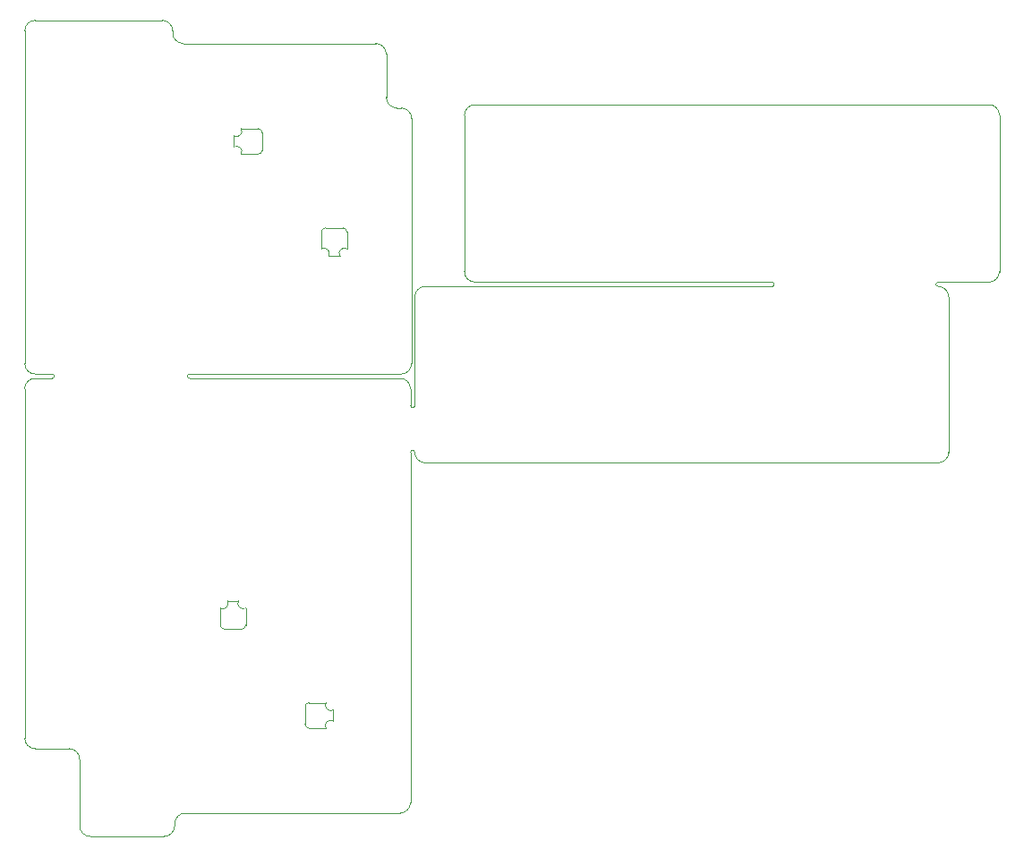
<source format=gbr>
G04 #@! TF.GenerationSoftware,KiCad,Pcbnew,9.0.0*
G04 #@! TF.CreationDate,2025-03-30T22:48:21+09:00*
G04 #@! TF.ProjectId,nofy,6e6f6679-2e6b-4696-9361-645f70636258,rev?*
G04 #@! TF.SameCoordinates,Original*
G04 #@! TF.FileFunction,Profile,NP*
%FSLAX46Y46*%
G04 Gerber Fmt 4.6, Leading zero omitted, Abs format (unit mm)*
G04 Created by KiCad (PCBNEW 9.0.0) date 2025-03-30 22:48:21*
%MOMM*%
%LPD*%
G01*
G04 APERTURE LIST*
G04 #@! TA.AperFunction,Profile*
%ADD10C,0.050000*%
G04 #@! TD*
G04 #@! TA.AperFunction,Profile*
%ADD11C,0.120000*%
G04 #@! TD*
G04 APERTURE END LIST*
D10*
X58800000Y-74100000D02*
X58800000Y-107250000D01*
X59200000Y-69700000D02*
G75*
G02*
X58800000Y-69700000I-200000J0D01*
G01*
X58800000Y-74100000D02*
G75*
G02*
X59200000Y-74100000I200000J0D01*
G01*
X37900000Y-67100000D02*
G75*
G02*
X37900000Y-66700000I0J200000D01*
G01*
X24900000Y-66700000D02*
G75*
G02*
X24900000Y-67100000I0J-200000D01*
G01*
X93000000Y-58000000D02*
G75*
G02*
X93000000Y-58400000I0J-200000D01*
G01*
X108700000Y-58400000D02*
G75*
G02*
X108700000Y-58000000I0J200000D01*
G01*
X108700000Y-58000000D02*
X113500000Y-58000000D01*
X108700000Y-75100000D02*
X60200000Y-75100000D01*
X36500000Y-109250000D02*
G75*
G02*
X37500000Y-108250000I1000000J0D01*
G01*
X22310660Y-34214214D02*
G75*
G02*
X23310660Y-33214160I1000040J14D01*
G01*
X64900000Y-58000000D02*
X93000001Y-58000000D01*
X58896446Y-65700000D02*
G75*
G02*
X57896446Y-66700046I-1000046J0D01*
G01*
X22300000Y-68100000D02*
G75*
G02*
X23300000Y-67100000I1000000J0D01*
G01*
X26500000Y-102150000D02*
X23300000Y-102150000D01*
X109700000Y-74100000D02*
G75*
G02*
X108700000Y-75100000I-1000000J0D01*
G01*
X35296446Y-33214214D02*
G75*
G02*
X36296386Y-34214214I-46J-999986D01*
G01*
X36296453Y-34407107D02*
X36296445Y-34214214D01*
X60200000Y-75100000D02*
G75*
G02*
X59200046Y-74100000I0J999954D01*
G01*
X114500000Y-57000000D02*
G75*
G02*
X113500000Y-57999992I-1000000J8D01*
G01*
X109700000Y-74100000D02*
X109700000Y-59400000D01*
X113500000Y-41200000D02*
G75*
G02*
X114500046Y-42200000I0J-1000046D01*
G01*
X57503553Y-41507107D02*
X57903553Y-41507107D01*
X23300000Y-102150000D02*
G75*
G02*
X22300000Y-101150000I0J1000000D01*
G01*
X23310653Y-33214214D02*
X35296446Y-33214214D01*
X59200000Y-69700000D02*
X59200000Y-59400000D01*
X64900000Y-58000000D02*
G75*
G02*
X63900000Y-57000000I0J1000000D01*
G01*
X108700000Y-58400000D02*
G75*
G02*
X109700000Y-59400000I0J-1000000D01*
G01*
X23303580Y-66700000D02*
X24900000Y-66700000D01*
X37296453Y-35407107D02*
X55503553Y-35407107D01*
X28500000Y-110450000D02*
G75*
G02*
X27500000Y-109450000I0J1000000D01*
G01*
X55503553Y-35414214D02*
G75*
G02*
X56503586Y-36414214I47J-999986D01*
G01*
X37296445Y-35407107D02*
G75*
G02*
X36296393Y-34407107I-45J1000007D01*
G01*
X63900000Y-42200000D02*
X63900000Y-57000000D01*
X22300000Y-101150000D02*
X22300000Y-68100000D01*
X60200000Y-58400000D02*
X93000000Y-58400000D01*
X57800000Y-67100000D02*
G75*
G02*
X58800000Y-68100000I0J-1000000D01*
G01*
X36500000Y-109450000D02*
G75*
G02*
X35500000Y-110450000I-1000000J0D01*
G01*
X37900000Y-67100000D02*
X57800000Y-67100000D01*
X37500000Y-108250000D02*
X57800000Y-108250000D01*
X56503553Y-36414214D02*
X56503553Y-40507107D01*
X26500000Y-102150000D02*
G75*
G02*
X27500000Y-103150000I0J-1000000D01*
G01*
X64900000Y-41199992D02*
X113500000Y-41200000D01*
X57903553Y-41507107D02*
G75*
G02*
X58903593Y-42507107I47J-999993D01*
G01*
X23300000Y-67100000D02*
X24900000Y-67100000D01*
X57503553Y-41507107D02*
G75*
G02*
X56503593Y-40507107I47J1000007D01*
G01*
X35500000Y-110450000D02*
X28500000Y-110450000D01*
X58800000Y-107250000D02*
G75*
G02*
X57800000Y-108250000I-1000000J0D01*
G01*
X59200000Y-59400000D02*
G75*
G02*
X60200000Y-58400000I1000000J0D01*
G01*
X58800000Y-68100000D02*
X58800000Y-69700000D01*
X23303553Y-66700000D02*
G75*
G02*
X22303600Y-65700000I47J1000000D01*
G01*
X63900000Y-42199992D02*
G75*
G02*
X64900000Y-41199946I1000000J46D01*
G01*
X22303553Y-65700000D02*
X22310660Y-34214207D01*
X57896446Y-66699999D02*
X37900000Y-66700000D01*
X58903553Y-42507107D02*
X58896445Y-65700000D01*
X27500000Y-109450000D02*
X27500000Y-103150000D01*
X36500000Y-109450000D02*
X36500000Y-109250000D01*
X114500000Y-42200000D02*
X114500000Y-57007108D01*
D11*
X40799753Y-90453247D02*
X40799753Y-88853047D01*
X41485553Y-88167247D02*
X42526953Y-88167247D01*
X42831753Y-90834247D02*
X41180753Y-90834247D01*
X43212753Y-88853047D02*
X43212753Y-90453247D01*
X48825753Y-99841753D02*
X48825753Y-98190753D01*
X49206753Y-97809753D02*
X50806953Y-97809753D01*
X50806953Y-100222753D02*
X49206753Y-100222753D01*
X51492753Y-98495553D02*
X51492753Y-99536953D01*
X41180753Y-90834247D02*
G75*
G02*
X40799753Y-90453247I-3J380997D01*
G01*
X41485553Y-88167247D02*
G75*
G02*
X40799749Y-88853054I-438053J-247753D01*
G01*
X43212753Y-88853047D02*
G75*
G02*
X42526953Y-88167247I-247753J438047D01*
G01*
X43212753Y-90453247D02*
G75*
G02*
X42831753Y-90834243I-380993J-3D01*
G01*
X48825753Y-98190753D02*
G75*
G02*
X49206753Y-97809753I380996J4D01*
G01*
X49206753Y-100222753D02*
G75*
G02*
X48825753Y-99841753I-8J380992D01*
G01*
X50806953Y-100222753D02*
G75*
G02*
X51492753Y-99536953I438047J247753D01*
G01*
X51492753Y-98495553D02*
G75*
G02*
X50806953Y-97809753I-247753J438047D01*
G01*
X42095847Y-45200547D02*
X42095847Y-44159147D01*
X42781647Y-43473347D02*
X44381847Y-43473347D01*
X44381847Y-45886347D02*
X42781647Y-45886347D01*
X44762847Y-43854347D02*
X44762847Y-45505347D01*
X50375847Y-54843053D02*
X50375847Y-53242853D01*
X50756847Y-52861853D02*
X52407847Y-52861853D01*
X52103047Y-55528853D02*
X51061647Y-55528853D01*
X52788847Y-53242853D02*
X52788847Y-54843053D01*
X42095847Y-45200547D02*
G75*
G02*
X42781647Y-45886347I247753J-438047D01*
G01*
X42781647Y-43473347D02*
G75*
G02*
X42095847Y-44159147I-438047J-247753D01*
G01*
X44381847Y-43473347D02*
G75*
G02*
X44762847Y-43854347I8J-380992D01*
G01*
X44762847Y-45505347D02*
G75*
G02*
X44381847Y-45886347I-380996J-4D01*
G01*
X50375847Y-53242853D02*
G75*
G02*
X50756847Y-52861857I380993J3D01*
G01*
X50375847Y-54843053D02*
G75*
G02*
X51061647Y-55528853I247753J-438047D01*
G01*
X52103047Y-55528853D02*
G75*
G02*
X52788851Y-54843046I438053J247753D01*
G01*
X52407847Y-52861853D02*
G75*
G02*
X52788847Y-53242853I3J-380997D01*
G01*
M02*

</source>
